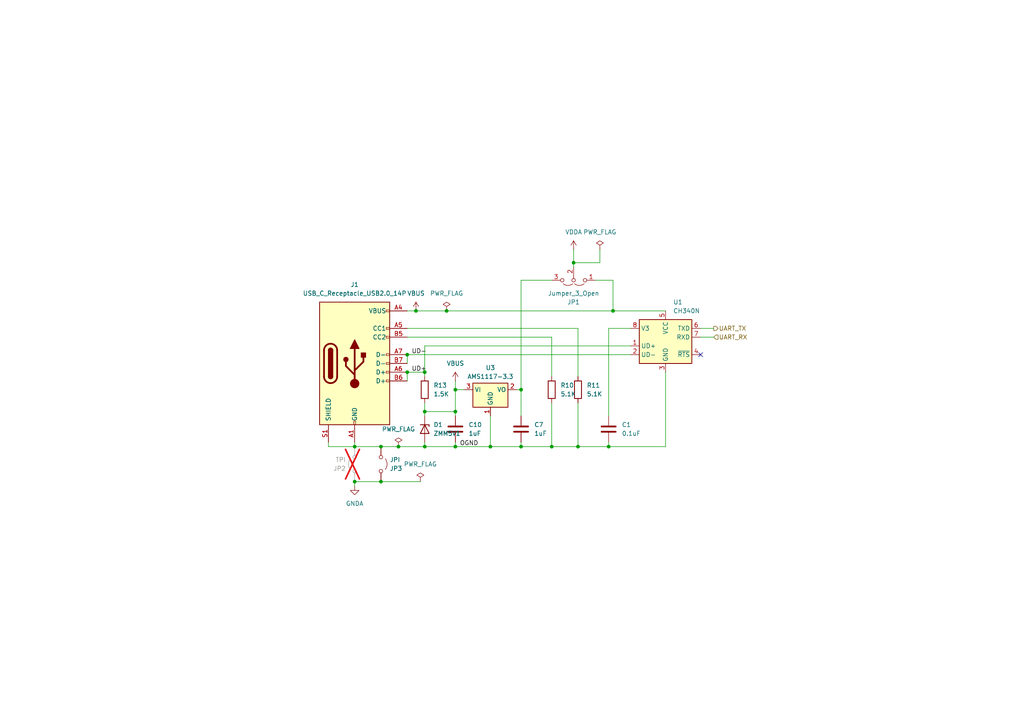
<source format=kicad_sch>
(kicad_sch (version 20231120) (generator "eeschema") (generator_version "8.0")
  (paper "A4")
  (title_block (company "WTMEC"))
  (lib_symbols
    (symbol "Connector:USB_C_Receptacle_USB2.0_14P" (pin_names (offset 1.016))
      (property "Reference" "J" (at 0 22.225 0))
      (property "Value" "USB_C_Receptacle_USB2.0_14P" (at 0 19.685 0))
      (symbol "USB_C_Receptacle_USB2.0_14P_0_0"
        (rectangle (start -0.254 -17.78) (end 0.254 -16.764))
        (rectangle (start 10.16 -4.826) (end 9.144 -5.334))
        (rectangle (start 10.16 -2.286) (end 9.144 -2.794))
        (rectangle (start 10.16 0.254) (end 9.144 -0.254))
        (rectangle (start 10.16 2.794) (end 9.144 2.286))
        (rectangle (start 10.16 7.874) (end 9.144 7.366))
        (rectangle (start 10.16 10.414) (end 9.144 9.906))
        (rectangle (start 10.16 15.494) (end 9.144 14.986))
      )
      (symbol "USB_C_Receptacle_USB2.0_14P_0_1"
        (rectangle (start -10.16 17.78) (end 10.16 -17.78) (stroke (width 0.254)) (fill (type background)))
        (arc (start -8.89 -3.81) (mid -6.985 -5.7067) (end -5.08 -3.81) (stroke (width 0.508)))
        (arc (start -7.62 -3.81) (mid -6.985 -4.4423) (end -6.35 -3.81) (stroke (width 0.254)))
        (arc (start -7.62 -3.81) (mid -6.985 -4.4423) (end -6.35 -3.81) (stroke (width 0.254)) (fill (type outline)))
        (rectangle (start -7.62 -3.81) (end -6.35 3.81) (stroke (width 0.254)) (fill (type outline)))
        (arc (start -6.35 3.81) (mid -6.985 4.4423) (end -7.62 3.81) (stroke (width 0.254)))
        (arc (start -6.35 3.81) (mid -6.985 4.4423) (end -7.62 3.81) (stroke (width 0.254)) (fill (type outline)))
        (arc (start -5.08 3.81) (mid -6.985 5.7067) (end -8.89 3.81) (stroke (width 0.508)))
        (circle (center -2.54 1.143) (radius 0.635) (stroke (width 0.254)) (fill (type outline)))
        (circle (center 0 -5.842) (radius 1.27) (fill (type outline)))
        (polyline (pts (xy -8.89 -3.81) (xy -8.89 3.81)) (stroke (width 0.508)))
        (polyline (pts (xy -5.08 3.81) (xy -5.08 -3.81)) (stroke (width 0.508)))
        (polyline (pts (xy 0 -5.842) (xy 0 4.318)) (stroke (width 0.508)))
        (polyline (pts (xy 0 -3.302) (xy -2.54 -0.762) (xy -2.54 0.508)) (stroke (width 0.508)))
        (polyline (pts (xy 0 -2.032) (xy 2.54 0.508) (xy 2.54 1.778)) (stroke (width 0.508)))
        (polyline (pts (xy -1.27 4.318) (xy 0 6.858) (xy 1.27 4.318) (xy -1.27 4.318)) (stroke (width 0.254)) (fill (type outline)))
        (rectangle (start 1.905 1.778) (end 3.175 3.048) (stroke (width 0.254)) (fill (type outline)))
      )
      (symbol "USB_C_Receptacle_USB2.0_14P_1_1"
        (pin passive line (at 0 -22.86 90) (length 5.08) (name "GND") (number "A1"))
        (pin passive line (at 0 -22.86 90) (length 5.08) hide (name "GND") (number "A12"))
        (pin passive line (at 15.24 15.24 180) (length 5.08) (name "VBUS") (number "A4"))
        (pin bidirectional line (at 15.24 10.16 180) (length 5.08) (name "CC1") (number "A5"))
        (pin bidirectional line (at 15.24 -2.54 180) (length 5.08) (name "D+") (number "A6"))
        (pin bidirectional line (at 15.24 2.54 180) (length 5.08) (name "D-") (number "A7"))
        (pin passive line (at 15.24 15.24 180) (length 5.08) hide (name "VBUS") (number "A9"))
        (pin passive line (at 0 -22.86 90) (length 5.08) hide (name "GND") (number "B1"))
        (pin passive line (at 0 -22.86 90) (length 5.08) hide (name "GND") (number "B12"))
        (pin passive line (at 15.24 15.24 180) (length 5.08) hide (name "VBUS") (number "B4"))
        (pin bidirectional line (at 15.24 7.62 180) (length 5.08) (name "CC2") (number "B5"))
        (pin bidirectional line (at 15.24 -5.08 180) (length 5.08) (name "D+") (number "B6"))
        (pin bidirectional line (at 15.24 0 180) (length 5.08) (name "D-") (number "B7"))
        (pin passive line (at 15.24 15.24 180) (length 5.08) hide (name "VBUS") (number "B9"))
        (pin passive line (at -7.62 -22.86 90) (length 5.08) (name "SHIELD") (number "S1"))
      )
    )
    (symbol "Device:C" (pin_numbers hide) (pin_names (offset 0.254))
      (property "Reference" "C" (at 0.635 2.54 0))
      (property "Value" "C" (at 0.635 -2.54 0))
      (symbol "C_0_1"
        (polyline (pts (xy -2.032 -0.762) (xy 2.032 -0.762)) (stroke (width 0.508)))
        (polyline (pts (xy -2.032 0.762) (xy 2.032 0.762)) (stroke (width 0.508)))
      )
      (symbol "C_1_1"
        (pin passive line (at 0 3.81 270) (length 2.794) (name "~") (number "1"))
        (pin passive line (at 0 -3.81 90) (length 2.794) (name "~") (number "2"))
      )
    )
    (symbol "Device:R" (pin_numbers hide) (pin_names (offset 0))
      (property "Reference" "R" (at 2.032 0 90))
      (property "Value" "R" (at 0 0 90))
      (symbol "R_0_1"
        (rectangle (start -1.016 -2.54) (end 1.016 2.54) (stroke (width 0.254)))
      )
      (symbol "R_1_1"
        (pin passive line (at 0 3.81 270) (length 1.27) (name "~") (number "1"))
        (pin passive line (at 0 -3.81 90) (length 1.27) (name "~") (number "2"))
      )
    )
    (symbol "Diode:ZMMxx" (pin_numbers hide) (pin_names hide)
      (property "Reference" "D" (at 0 2.54 0))
      (property "Value" "ZMMxx" (at 0 -2.54 0))
      (symbol "ZMMxx_0_1"
        (polyline (pts (xy 1.27 0) (xy -1.27 0)))
        (polyline (pts (xy -1.27 -1.27) (xy -1.27 1.27) (xy -0.762 1.27)) (stroke (width 0.254)))
        (polyline (pts (xy 1.27 -1.27) (xy 1.27 1.27) (xy -1.27 0) (xy 1.27 -1.27)) (stroke (width 0.254)))
      )
      (symbol "ZMMxx_1_1"
        (pin passive line (at -3.81 0 0) (length 2.54) (name "K") (number "1"))
        (pin passive line (at 3.81 0 180) (length 2.54) (name "A") (number "2"))
      )
    )
    (symbol "Interface_USB:CH340N"
      (property "Reference" "U" (at -7.62 6.35 0))
      (property "Value" "CH340N" (at 7.62 6.35 0))
      (symbol "CH340N_0_1"
        (rectangle (start -7.62 5.08) (end 7.62 -7.62) (stroke (width 0.254)) (fill (type background)))
      )
      (symbol "CH340N_1_1"
        (pin bidirectional line (at -10.16 -2.54 0) (length 2.54) (name "UD+") (number "1"))
        (pin bidirectional line (at -10.16 -5.08 0) (length 2.54) (name "UD-") (number "2"))
        (pin power_in line (at 0 -10.16 90) (length 2.54) (name "GND") (number "3"))
        (pin output line (at 10.16 -5.08 180) (length 2.54) (name "~{RTS}") (number "4"))
        (pin power_in line (at 0 7.62 270) (length 2.54) (name "VCC") (number "5"))
        (pin output line (at 10.16 2.54 180) (length 2.54) (name "TXD") (number "6"))
        (pin input line (at 10.16 0 180) (length 2.54) (name "RXD") (number "7"))
        (pin passive line (at -10.16 2.54 0) (length 2.54) (name "V3") (number "8"))
      )
    )
    (symbol "Jumper:Jumper_2_Open" (pin_numbers hide) (pin_names (offset 0) hide) (exclude_from_sim yes)
      (property "Reference" "JP" (at 0 2.794 0))
      (property "Value" "Jumper_2_Open" (at 0 -2.286 0))
      (symbol "Jumper_2_Open_0_0"
        (circle (center -2.032 0) (radius 0.508))
        (circle (center 2.032 0) (radius 0.508))
      )
      (symbol "Jumper_2_Open_0_1"
        (arc (start 1.524 1.27) (mid 0 1.778) (end -1.524 1.27))
      )
      (symbol "Jumper_2_Open_1_1"
        (pin passive line (at -5.08 0 0) (length 2.54) (name "A") (number "1"))
        (pin passive line (at 5.08 0 180) (length 2.54) (name "B") (number "2"))
      )
    )
    (symbol "Jumper:Jumper_3_Open" (pin_names (offset 0) hide) (exclude_from_sim yes) (in_bom no)
      (property "Reference" "JP" (at -2.54 -2.54 0))
      (property "Value" "Jumper_3_Open" (at 0 2.794 0))
      (symbol "Jumper_3_Open_0_0"
        (circle (center -3.302 0) (radius 0.508))
        (circle (center 0 0) (radius 0.508))
        (circle (center 3.302 0) (radius 0.508))
      )
      (symbol "Jumper_3_Open_0_1"
        (arc (start -0.254 1.016) (mid -1.651 1.4992) (end -3.048 1.016))
        (polyline (pts (xy 0 -0.508) (xy 0 -1.27)))
        (arc (start 3.048 1.016) (mid 1.651 1.4992) (end 0.254 1.016))
      )
      (symbol "Jumper_3_Open_1_1"
        (pin passive line (at -6.35 0 0) (length 2.54) (name "A") (number "1"))
        (pin passive line (at 0 -3.81 90) (length 2.54) (name "C") (number "2"))
        (pin passive line (at 6.35 0 180) (length 2.54) (name "B") (number "3"))
      )
    )
    (symbol "Regulator_Linear:AMS1117-3.3"
      (property "Reference" "U" (at -3.81 3.175 0))
      (property "Value" "AMS1117-3.3" (at 0 3.175 0))
      (symbol "AMS1117-3.3_0_1"
        (rectangle (start -5.08 -5.08) (end 5.08 1.905) (stroke (width 0.254)) (fill (type background)))
      )
      (symbol "AMS1117-3.3_1_1"
        (pin power_in line (at 0 -7.62 90) (length 2.54) (name "GND") (number "1"))
        (pin power_out line (at 7.62 0 180) (length 2.54) (name "VO") (number "2"))
        (pin power_in line (at -7.62 0 0) (length 2.54) (name "VI") (number "3"))
      )
    )
    (symbol "power:GNDA" (power) (pin_numbers hide) (pin_names (offset 0) hide)
      (property "Value" "GNDA" (at 0 -3.81 0))
      (symbol "GNDA_0_1"
        (polyline (pts (xy 0 0) (xy 0 -1.27) (xy 1.27 -1.27) (xy 0 -2.54) (xy -1.27 -1.27) (xy 0 -1.27)))
      )
      (symbol "GNDA_1_1"
        (pin power_in line (at 0 0 270) (length 0) (name "~") (number "1"))
      )
    )
    (symbol "power:PWR_FLAG" (power) (pin_numbers hide) (pin_names (offset 0) hide)
      (property "Value" "PWR_FLAG" (at 0 3.81 0))
      (symbol "PWR_FLAG_0_0"
        (pin power_out line (at 0 0 90) (length 0) (name "~") (number "1"))
      )
      (symbol "PWR_FLAG_0_1"
        (polyline (pts (xy 0 0) (xy 0 1.27) (xy -1.016 1.905) (xy 0 2.54) (xy 1.016 1.905) (xy 0 1.27)))
      )
    )
    (symbol "power:VBUS" (power) (pin_numbers hide) (pin_names (offset 0) hide)
      (property "Value" "VBUS" (at 0 3.556 0))
      (symbol "VBUS_0_1"
        (polyline (pts (xy -0.762 1.27) (xy 0 2.54)))
        (polyline (pts (xy 0 0) (xy 0 2.54)))
        (polyline (pts (xy 0 2.54) (xy 0.762 1.27)))
      )
      (symbol "VBUS_1_1"
        (pin power_in line (at 0 0 90) (length 0) (name "~") (number "1"))
      )
    )
    (symbol "power:VDDA" (power) (pin_numbers hide) (pin_names (offset 0) hide)
      (property "Value" "VDDA" (at 0 3.556 0))
      (symbol "VDDA_0_1"
        (polyline (pts (xy -0.762 1.27) (xy 0 2.54)))
        (polyline (pts (xy 0 0) (xy 0 2.54)))
        (polyline (pts (xy 0 2.54) (xy 0.762 1.27)))
      )
      (symbol "VDDA_1_1"
        (pin power_in line (at 0 0 90) (length 0) (name "~") (number "1"))
      )
    )
  )
  (junction (at 123.19 107.95))
  (junction (at 177.8 90.17))
  (junction (at 120.65 90.17))
  (junction (at 110.49 139.7))
  (junction (at 123.19 129.54))
  (junction (at 160.02 129.54))
  (junction (at 102.87 129.54))
  (junction (at 132.08 129.54))
  (junction (at 129.54 90.17))
  (junction (at 118.11 107.95))
  (junction (at 110.49 129.54))
  (junction (at 132.08 119.38))
  (junction (at 166.37 76.2))
  (junction (at 151.13 129.54))
  (junction (at 115.57 129.54))
  (junction (at 176.53 129.54))
  (junction (at 167.64 129.54))
  (junction (at 142.24 129.54))
  (junction (at 151.13 113.03))
  (junction (at 118.11 102.87))
  (junction (at 123.19 119.38))
  (junction (at 102.87 139.7))
  (junction (at 132.08 113.03))
  (no_connect (at 203.2 102.87))
  (wire (pts (xy 118.11 102.87) (xy 182.88 102.87)))
  (wire (pts (xy 118.11 90.17) (xy 120.65 90.17)))
  (wire (pts (xy 160.02 97.79) (xy 118.11 97.79)))
  (wire (pts (xy 115.57 129.54) (xy 123.19 129.54)))
  (wire (pts (xy 102.87 129.54) (xy 110.49 129.54)))
  (wire (pts (xy 123.19 107.95) (xy 118.11 107.95)))
  (wire (pts (xy 172.72 81.28) (xy 177.8 81.28)))
  (wire (pts (xy 95.25 128.27) (xy 95.25 129.54)))
  (wire (pts (xy 173.99 72.39) (xy 173.99 76.2)))
  (wire (pts (xy 177.8 90.17) (xy 129.54 90.17)))
  (wire (pts (xy 167.64 129.54) (xy 176.53 129.54)))
  (wire (pts (xy 151.13 81.28) (xy 151.13 113.03)))
  (wire (pts (xy 129.54 90.17) (xy 120.65 90.17)))
  (wire (pts (xy 110.49 139.7) (xy 121.92 139.7)))
  (wire (pts (xy 176.53 95.25) (xy 182.88 95.25)))
  (wire (pts (xy 132.08 113.03) (xy 132.08 119.38)))
  (wire (pts (xy 166.37 76.2) (xy 166.37 77.47)))
  (wire (pts (xy 167.64 116.84) (xy 167.64 129.54)))
  (wire (pts (xy 110.49 129.54) (xy 115.57 129.54)))
  (wire (pts (xy 160.02 116.84) (xy 160.02 129.54)))
  (wire (pts (xy 102.87 139.7) (xy 110.49 139.7)))
  (wire (pts (xy 193.04 129.54) (xy 176.53 129.54)))
  (wire (pts (xy 132.08 128.27) (xy 132.08 129.54)))
  (wire (pts (xy 118.11 95.25) (xy 167.64 95.25)))
  (wire (pts (xy 166.37 72.39) (xy 166.37 76.2)))
  (wire (pts (xy 123.19 129.54) (xy 132.08 129.54)))
  (wire (pts (xy 173.99 76.2) (xy 166.37 76.2)))
  (wire (pts (xy 177.8 90.17) (xy 193.04 90.17)))
  (wire (pts (xy 151.13 128.27) (xy 151.13 129.54)))
  (wire (pts (xy 95.25 129.54) (xy 102.87 129.54)))
  (wire (pts (xy 132.08 113.03) (xy 134.62 113.03)))
  (wire (pts (xy 167.64 95.25) (xy 167.64 109.22)))
  (wire (pts (xy 102.87 128.27) (xy 102.87 129.54)))
  (wire (pts (xy 151.13 113.03) (xy 151.13 120.65)))
  (wire (pts (xy 118.11 107.95) (xy 118.11 110.49)))
  (wire (pts (xy 203.2 97.79) (xy 207.01 97.79)))
  (wire (pts (xy 142.24 129.54) (xy 151.13 129.54)))
  (wire (pts (xy 182.88 100.33) (xy 123.19 100.33)))
  (wire (pts (xy 132.08 110.49) (xy 132.08 113.03)))
  (wire (pts (xy 123.19 128.27) (xy 123.19 129.54)))
  (wire (pts (xy 132.08 129.54) (xy 142.24 129.54)))
  (wire (pts (xy 142.24 120.65) (xy 142.24 129.54)))
  (wire (pts (xy 177.8 81.28) (xy 177.8 90.17)))
  (wire (pts (xy 176.53 128.27) (xy 176.53 129.54)))
  (wire (pts (xy 118.11 102.87) (xy 118.11 105.41)))
  (wire (pts (xy 149.86 113.03) (xy 151.13 113.03)))
  (wire (pts (xy 123.19 100.33) (xy 123.19 107.95)))
  (wire (pts (xy 102.87 139.7) (xy 102.87 140.97)))
  (wire (pts (xy 160.02 81.28) (xy 151.13 81.28)))
  (wire (pts (xy 123.19 116.84) (xy 123.19 119.38)))
  (wire (pts (xy 123.19 120.65) (xy 123.19 119.38)))
  (wire (pts (xy 132.08 119.38) (xy 132.08 120.65)))
  (wire (pts (xy 176.53 95.25) (xy 176.53 120.65)))
  (wire (pts (xy 193.04 107.95) (xy 193.04 129.54)))
  (wire (pts (xy 203.2 95.25) (xy 207.01 95.25)))
  (wire (pts (xy 160.02 129.54) (xy 167.64 129.54)))
  (wire (pts (xy 160.02 109.22) (xy 160.02 97.79)))
  (wire (pts (xy 132.08 119.38) (xy 123.19 119.38)))
  (wire (pts (xy 151.13 129.54) (xy 160.02 129.54)))
  (wire (pts (xy 123.19 109.22) (xy 123.19 107.95)))
  (label "UD+" (at 119.38 107.95 0))
  (label "UD-" (at 119.38 102.87 0))
  (label "OGND" (at 133.35 129.54 0))
  (hierarchical_label "UART_RX" (shape input) (at 207.01 97.79 0))
  (hierarchical_label "UART_TX" (shape output) (at 207.01 95.25 0))
  (symbol (lib_id "Jumper:Jumper_2_Open") (at 110.49 134.62 270) (mirror x) (unit 1) (exclude_from_sim yes)
    (property "Reference" "JP3" (at 113.03 135.8901 90) (effects (justify left)))
    (property "Value" "JPI" (at 113.03 133.3501 90) (effects (justify left)))
    (property "Footprint" "Connector_PinHeader_2.54mm:PinHeader_1x02_P2.54mm_Vertical" (effects (hide yes)))
    (property "Description" "Jumper, 2-pole, open" (effects (hide yes)))
  )
  (symbol (lib_id "Device:C") (at 176.53 124.46 0) (unit 1)
    (property "Reference" "C1" (at 180.34 123.1899 0) (effects (justify left)))
    (property "Value" "0.1uF" (at 180.34 125.7299 0) (effects (justify left)))
    (property "Footprint" "Capacitor_SMD:C_0805_2012Metric" (effects (hide yes)))
    (property "Description" "Unpolarized capacitor" (effects (hide yes)))
  )
  (symbol (lib_id "power:PWR_FLAG") (at 115.57 129.54 0) (unit 1)
    (property "Reference" "#FLG01" (effects (hide yes)))
    (property "Value" "PWR_FLAG" (at 115.57 124.46 0))
    (property "Description" "Special symbol for telling ERC where power comes from" (effects (hide yes)))
  )
  (symbol (lib_id "power:GNDA") (at 102.87 140.97 0) (unit 1)
    (property "Reference" "#PWR01" (effects (hide yes)))
    (property "Value" "GNDA" (at 102.87 146.05 0))
    (property "Description" "Power symbol creates a global label with name \"GNDA\" , analog ground" (effects (hide yes)))
  )
  (symbol (lib_id "Regulator_Linear:AMS1117-3.3") (at 142.24 113.03 0) (unit 1)
    (property "Reference" "U3" (at 142.24 106.68 0))
    (property "Value" "AMS1117-3.3" (at 142.24 109.22 0))
    (property "Footprint" "Package_TO_SOT_SMD:SOT-223-3_TabPin2" (effects (hide yes)))
    (property "Datasheet" "http://www.advanced-monolithic.com/pdf/ds1117.pdf" (effects (hide yes)))
    (property "Description" "1A Low Dropout regulator, positive, 3.3V fixed output, SOT-223" (effects (hide yes)))
  )
  (symbol (lib_id "Connector:USB_C_Receptacle_USB2.0_14P") (at 102.87 105.41 0) (unit 1)
    (property "Reference" "J1" (at 102.87 82.55 0))
    (property "Value" "USB_C_Receptacle_USB2.0_14P" (at 102.87 85.09 0))
    (property "Footprint" "Connector_USB:USB_C_Receptacle_GCT_USB4105-xx-A_16P_TopMnt_Horizontal" (effects (hide yes)))
    (property "Datasheet" "https://www.usb.org/sites/default/files/documents/usb_type-c.zip" (effects (hide yes)))
    (property "Description" "USB 2.0-only 14P Type-C Receptacle connector" (effects (hide yes)))
  )
  (symbol (lib_id "power:VBUS") (at 120.65 90.17 0) (unit 1)
    (property "Reference" "#PWR02" (effects (hide yes)))
    (property "Value" "VBUS" (at 120.65 85.09 0))
    (property "Description" "Power symbol creates a global label with name \"VBUS\"" (effects (hide yes)))
  )
  (symbol (lib_id "power:VBUS") (at 132.08 110.49 0) (mirror y) (unit 1)
    (property "Reference" "#PWR03" (effects (hide yes)))
    (property "Value" "VBUS" (at 132.08 105.41 0))
    (property "Description" "Power symbol creates a global label with name \"VBUS\"" (effects (hide yes)))
  )
  (symbol (lib_id "power:PWR_FLAG") (at 173.99 72.39 0) (unit 1)
    (property "Reference" "#FLG04" (effects (hide yes)))
    (property "Value" "PWR_FLAG" (at 173.99 67.31 0))
    (property "Description" "Special symbol for telling ERC where power comes from" (effects (hide yes)))
  )
  (symbol (lib_id "Jumper:Jumper_2_Open") (at 102.87 134.62 90) (unit 1) (exclude_from_sim yes) (dnp yes)
    (property "Reference" "JP2" (at 100.33 135.8901 90) (effects (justify left)))
    (property "Value" "TPI" (at 100.33 133.3501 90) (effects (justify left)))
    (property "Footprint" "Connector_PinHeader_2.54mm:PinHeader_1x02_P2.54mm_Vertical" (effects (hide yes)))
    (property "Description" "Jumper, 2-pole, open" (effects (hide yes)))
  )
  (symbol (lib_id "Device:R") (at 167.64 113.03 0) (mirror y) (unit 1)
    (property "Reference" "R11" (at 170.18 111.7599 0) (effects (justify right)))
    (property "Value" "5.1K" (at 170.18 114.2999 0) (effects (justify right)))
    (property "Footprint" "Resistor_SMD:R_0805_2012Metric" (effects (hide yes)))
    (property "Description" "Resistor" (effects (hide yes)))
  )
  (symbol (lib_id "power:PWR_FLAG") (at 129.54 90.17 0) (unit 1)
    (property "Reference" "#FLG03" (effects (hide yes)))
    (property "Value" "PWR_FLAG" (at 129.54 85.09 0))
    (property "Description" "Special symbol for telling ERC where power comes from" (effects (hide yes)))
  )
  (symbol (lib_id "Device:R") (at 123.19 113.03 0) (unit 1)
    (property "Reference" "R13" (at 125.73 111.7599 0) (effects (justify left)))
    (property "Value" "1.5K" (at 125.73 114.2999 0) (effects (justify left)))
    (property "Footprint" "Resistor_SMD:R_0805_2012Metric" (effects (hide yes)))
    (property "Description" "Resistor" (effects (hide yes)))
  )
  (symbol (lib_id "Jumper:Jumper_3_Open") (at 166.37 81.28 180) (unit 1) (exclude_from_sim yes) (in_bom no)
    (property "Reference" "JP1" (at 166.37 87.63 0))
    (property "Value" "Jumper_3_Open" (at 166.37 85.09 0))
    (property "Footprint" "Connector_PinHeader_2.54mm:PinHeader_1x03_P2.54mm_Vertical" (effects (hide yes)))
    (property "Description" "Jumper, 3-pole, both open" (effects (hide yes)))
  )
  (symbol (lib_id "Diode:ZMMxx") (at 123.19 124.46 270) (unit 1)
    (property "Reference" "D1" (at 125.73 123.1899 90) (effects (justify left)))
    (property "Value" "ZMM5V1" (at 125.73 125.7299 90) (effects (justify left)))
    (property "Footprint" "Diode_SMD:D_MiniMELF" (effects (hide yes)))
    (property "Datasheet" "https://diotec.com/tl_files/diotec/files/pdf/datasheets/zmm1.pdf" (effects (hide yes)))
    (property "Description" "500mW Zener Diode, MiniMELF" (effects (hide yes)))
  )
  (symbol (lib_id "power:VDDA") (at 166.37 72.39 0) (unit 1)
    (property "Reference" "#PWR04" (effects (hide yes)))
    (property "Value" "VDDA" (at 166.37 67.31 0))
    (property "Description" "Power symbol creates a global label with name \"VDDA\"" (effects (hide yes)))
  )
  (symbol (lib_id "Device:C") (at 151.13 124.46 0) (unit 1)
    (property "Reference" "C7" (at 154.94 123.1899 0) (effects (justify left)))
    (property "Value" "1uF" (at 154.94 125.7299 0) (effects (justify left)))
    (property "Footprint" "Capacitor_SMD:C_0805_2012Metric" (effects (hide yes)))
    (property "Description" "Unpolarized capacitor" (effects (hide yes)))
  )
  (symbol (lib_id "Device:R") (at 160.02 113.03 0) (mirror y) (unit 1)
    (property "Reference" "R10" (at 162.56 111.7599 0) (effects (justify right)))
    (property "Value" "5.1K" (at 162.56 114.2999 0) (effects (justify right)))
    (property "Footprint" "Resistor_SMD:R_0805_2012Metric" (effects (hide yes)))
    (property "Description" "Resistor" (effects (hide yes)))
  )
  (symbol (lib_id "Device:C") (at 132.08 124.46 0) (unit 1)
    (property "Reference" "C10" (at 135.89 123.1899 0) (effects (justify left)))
    (property "Value" "1uF" (at 135.89 125.7299 0) (effects (justify left)))
    (property "Footprint" "Capacitor_SMD:C_0805_2012Metric" (effects (hide yes)))
    (property "Description" "Unpolarized capacitor" (effects (hide yes)))
  )
  (symbol (lib_id "Interface_USB:CH340N") (at 193.04 97.79 0) (unit 1)
    (property "Reference" "U1" (at 195.2341 87.63 0) (effects (justify left)))
    (property "Value" "CH340N" (at 195.2341 90.17 0) (effects (justify left)))
    (property "Footprint" "Package_SO:SOP-8_3.9x4.9mm_P1.27mm" (effects (hide yes)))
    (property "Datasheet" "https://aitendo3.sakura.ne.jp/aitendo_data/product_img/ic/inteface/CH340N/ch340n.pdf" (effects (hide yes)))
    (property "Description" "USB serial converter, 2Mbps, UART, SOP-8" (effects (hide yes)))
  )
  (symbol (lib_id "power:PWR_FLAG") (at 121.92 139.7 0) (unit 1)
    (property "Reference" "#FLG02" (effects (hide yes)))
    (property "Value" "PWR_FLAG" (at 121.92 134.62 0))
    (property "Description" "Special symbol for telling ERC where power comes from" (effects (hide yes)))
  )
)
</source>
